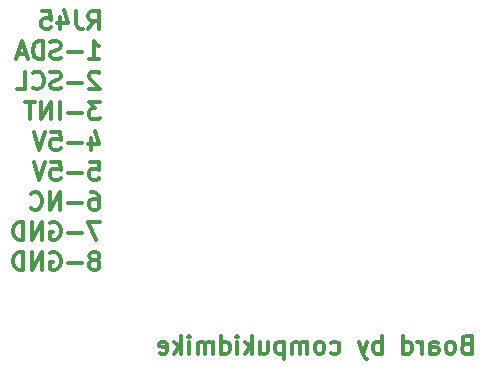
<source format=gbo>
G04 #@! TF.FileFunction,Legend,Bot*
%FSLAX46Y46*%
G04 Gerber Fmt 4.6, Leading zero omitted, Abs format (unit mm)*
G04 Created by KiCad (PCBNEW 4.0.7) date Thursday, May 03, 2018 'PMt' 09:58:57 PM*
%MOMM*%
%LPD*%
G01*
G04 APERTURE LIST*
%ADD10C,0.100000*%
%ADD11C,0.300000*%
G04 APERTURE END LIST*
D10*
D11*
X166257286Y-110890857D02*
X166043000Y-110962286D01*
X165971572Y-111033714D01*
X165900143Y-111176571D01*
X165900143Y-111390857D01*
X165971572Y-111533714D01*
X166043000Y-111605143D01*
X166185858Y-111676571D01*
X166757286Y-111676571D01*
X166757286Y-110176571D01*
X166257286Y-110176571D01*
X166114429Y-110248000D01*
X166043000Y-110319429D01*
X165971572Y-110462286D01*
X165971572Y-110605143D01*
X166043000Y-110748000D01*
X166114429Y-110819429D01*
X166257286Y-110890857D01*
X166757286Y-110890857D01*
X165043000Y-111676571D02*
X165185858Y-111605143D01*
X165257286Y-111533714D01*
X165328715Y-111390857D01*
X165328715Y-110962286D01*
X165257286Y-110819429D01*
X165185858Y-110748000D01*
X165043000Y-110676571D01*
X164828715Y-110676571D01*
X164685858Y-110748000D01*
X164614429Y-110819429D01*
X164543000Y-110962286D01*
X164543000Y-111390857D01*
X164614429Y-111533714D01*
X164685858Y-111605143D01*
X164828715Y-111676571D01*
X165043000Y-111676571D01*
X163257286Y-111676571D02*
X163257286Y-110890857D01*
X163328715Y-110748000D01*
X163471572Y-110676571D01*
X163757286Y-110676571D01*
X163900143Y-110748000D01*
X163257286Y-111605143D02*
X163400143Y-111676571D01*
X163757286Y-111676571D01*
X163900143Y-111605143D01*
X163971572Y-111462286D01*
X163971572Y-111319429D01*
X163900143Y-111176571D01*
X163757286Y-111105143D01*
X163400143Y-111105143D01*
X163257286Y-111033714D01*
X162543000Y-111676571D02*
X162543000Y-110676571D01*
X162543000Y-110962286D02*
X162471572Y-110819429D01*
X162400143Y-110748000D01*
X162257286Y-110676571D01*
X162114429Y-110676571D01*
X160971572Y-111676571D02*
X160971572Y-110176571D01*
X160971572Y-111605143D02*
X161114429Y-111676571D01*
X161400143Y-111676571D01*
X161543001Y-111605143D01*
X161614429Y-111533714D01*
X161685858Y-111390857D01*
X161685858Y-110962286D01*
X161614429Y-110819429D01*
X161543001Y-110748000D01*
X161400143Y-110676571D01*
X161114429Y-110676571D01*
X160971572Y-110748000D01*
X159114429Y-111676571D02*
X159114429Y-110176571D01*
X159114429Y-110748000D02*
X158971572Y-110676571D01*
X158685858Y-110676571D01*
X158543001Y-110748000D01*
X158471572Y-110819429D01*
X158400143Y-110962286D01*
X158400143Y-111390857D01*
X158471572Y-111533714D01*
X158543001Y-111605143D01*
X158685858Y-111676571D01*
X158971572Y-111676571D01*
X159114429Y-111605143D01*
X157900143Y-110676571D02*
X157543000Y-111676571D01*
X157185858Y-110676571D02*
X157543000Y-111676571D01*
X157685858Y-112033714D01*
X157757286Y-112105143D01*
X157900143Y-112176571D01*
X154828715Y-111605143D02*
X154971572Y-111676571D01*
X155257286Y-111676571D01*
X155400144Y-111605143D01*
X155471572Y-111533714D01*
X155543001Y-111390857D01*
X155543001Y-110962286D01*
X155471572Y-110819429D01*
X155400144Y-110748000D01*
X155257286Y-110676571D01*
X154971572Y-110676571D01*
X154828715Y-110748000D01*
X153971572Y-111676571D02*
X154114430Y-111605143D01*
X154185858Y-111533714D01*
X154257287Y-111390857D01*
X154257287Y-110962286D01*
X154185858Y-110819429D01*
X154114430Y-110748000D01*
X153971572Y-110676571D01*
X153757287Y-110676571D01*
X153614430Y-110748000D01*
X153543001Y-110819429D01*
X153471572Y-110962286D01*
X153471572Y-111390857D01*
X153543001Y-111533714D01*
X153614430Y-111605143D01*
X153757287Y-111676571D01*
X153971572Y-111676571D01*
X152828715Y-111676571D02*
X152828715Y-110676571D01*
X152828715Y-110819429D02*
X152757287Y-110748000D01*
X152614429Y-110676571D01*
X152400144Y-110676571D01*
X152257287Y-110748000D01*
X152185858Y-110890857D01*
X152185858Y-111676571D01*
X152185858Y-110890857D02*
X152114429Y-110748000D01*
X151971572Y-110676571D01*
X151757287Y-110676571D01*
X151614429Y-110748000D01*
X151543001Y-110890857D01*
X151543001Y-111676571D01*
X150828715Y-110676571D02*
X150828715Y-112176571D01*
X150828715Y-110748000D02*
X150685858Y-110676571D01*
X150400144Y-110676571D01*
X150257287Y-110748000D01*
X150185858Y-110819429D01*
X150114429Y-110962286D01*
X150114429Y-111390857D01*
X150185858Y-111533714D01*
X150257287Y-111605143D01*
X150400144Y-111676571D01*
X150685858Y-111676571D01*
X150828715Y-111605143D01*
X148828715Y-110676571D02*
X148828715Y-111676571D01*
X149471572Y-110676571D02*
X149471572Y-111462286D01*
X149400144Y-111605143D01*
X149257286Y-111676571D01*
X149043001Y-111676571D01*
X148900144Y-111605143D01*
X148828715Y-111533714D01*
X148114429Y-111676571D02*
X148114429Y-110176571D01*
X147971572Y-111105143D02*
X147543001Y-111676571D01*
X147543001Y-110676571D02*
X148114429Y-111248000D01*
X146900143Y-111676571D02*
X146900143Y-110676571D01*
X146900143Y-110176571D02*
X146971572Y-110248000D01*
X146900143Y-110319429D01*
X146828715Y-110248000D01*
X146900143Y-110176571D01*
X146900143Y-110319429D01*
X145543000Y-111676571D02*
X145543000Y-110176571D01*
X145543000Y-111605143D02*
X145685857Y-111676571D01*
X145971571Y-111676571D01*
X146114429Y-111605143D01*
X146185857Y-111533714D01*
X146257286Y-111390857D01*
X146257286Y-110962286D01*
X146185857Y-110819429D01*
X146114429Y-110748000D01*
X145971571Y-110676571D01*
X145685857Y-110676571D01*
X145543000Y-110748000D01*
X144828714Y-111676571D02*
X144828714Y-110676571D01*
X144828714Y-110819429D02*
X144757286Y-110748000D01*
X144614428Y-110676571D01*
X144400143Y-110676571D01*
X144257286Y-110748000D01*
X144185857Y-110890857D01*
X144185857Y-111676571D01*
X144185857Y-110890857D02*
X144114428Y-110748000D01*
X143971571Y-110676571D01*
X143757286Y-110676571D01*
X143614428Y-110748000D01*
X143543000Y-110890857D01*
X143543000Y-111676571D01*
X142828714Y-111676571D02*
X142828714Y-110676571D01*
X142828714Y-110176571D02*
X142900143Y-110248000D01*
X142828714Y-110319429D01*
X142757286Y-110248000D01*
X142828714Y-110176571D01*
X142828714Y-110319429D01*
X142114428Y-111676571D02*
X142114428Y-110176571D01*
X141971571Y-111105143D02*
X141543000Y-111676571D01*
X141543000Y-110676571D02*
X142114428Y-111248000D01*
X140328714Y-111605143D02*
X140471571Y-111676571D01*
X140757285Y-111676571D01*
X140900142Y-111605143D01*
X140971571Y-111462286D01*
X140971571Y-110890857D01*
X140900142Y-110748000D01*
X140757285Y-110676571D01*
X140471571Y-110676571D01*
X140328714Y-110748000D01*
X140257285Y-110890857D01*
X140257285Y-111033714D01*
X140971571Y-111176571D01*
X134294714Y-84204571D02*
X134794714Y-83490286D01*
X135151857Y-84204571D02*
X135151857Y-82704571D01*
X134580429Y-82704571D01*
X134437571Y-82776000D01*
X134366143Y-82847429D01*
X134294714Y-82990286D01*
X134294714Y-83204571D01*
X134366143Y-83347429D01*
X134437571Y-83418857D01*
X134580429Y-83490286D01*
X135151857Y-83490286D01*
X133223286Y-82704571D02*
X133223286Y-83776000D01*
X133294714Y-83990286D01*
X133437571Y-84133143D01*
X133651857Y-84204571D01*
X133794714Y-84204571D01*
X131866143Y-83204571D02*
X131866143Y-84204571D01*
X132223286Y-82633143D02*
X132580429Y-83704571D01*
X131651857Y-83704571D01*
X130366143Y-82704571D02*
X131080429Y-82704571D01*
X131151858Y-83418857D01*
X131080429Y-83347429D01*
X130937572Y-83276000D01*
X130580429Y-83276000D01*
X130437572Y-83347429D01*
X130366143Y-83418857D01*
X130294715Y-83561714D01*
X130294715Y-83918857D01*
X130366143Y-84061714D01*
X130437572Y-84133143D01*
X130580429Y-84204571D01*
X130937572Y-84204571D01*
X131080429Y-84133143D01*
X131151858Y-84061714D01*
X134366143Y-86754571D02*
X135223286Y-86754571D01*
X134794714Y-86754571D02*
X134794714Y-85254571D01*
X134937571Y-85468857D01*
X135080429Y-85611714D01*
X135223286Y-85683143D01*
X133723286Y-86183143D02*
X132580429Y-86183143D01*
X131937572Y-86683143D02*
X131723286Y-86754571D01*
X131366143Y-86754571D01*
X131223286Y-86683143D01*
X131151857Y-86611714D01*
X131080429Y-86468857D01*
X131080429Y-86326000D01*
X131151857Y-86183143D01*
X131223286Y-86111714D01*
X131366143Y-86040286D01*
X131651857Y-85968857D01*
X131794715Y-85897429D01*
X131866143Y-85826000D01*
X131937572Y-85683143D01*
X131937572Y-85540286D01*
X131866143Y-85397429D01*
X131794715Y-85326000D01*
X131651857Y-85254571D01*
X131294715Y-85254571D01*
X131080429Y-85326000D01*
X130437572Y-86754571D02*
X130437572Y-85254571D01*
X130080429Y-85254571D01*
X129866144Y-85326000D01*
X129723286Y-85468857D01*
X129651858Y-85611714D01*
X129580429Y-85897429D01*
X129580429Y-86111714D01*
X129651858Y-86397429D01*
X129723286Y-86540286D01*
X129866144Y-86683143D01*
X130080429Y-86754571D01*
X130437572Y-86754571D01*
X129009001Y-86326000D02*
X128294715Y-86326000D01*
X129151858Y-86754571D02*
X128651858Y-85254571D01*
X128151858Y-86754571D01*
X135223286Y-87947429D02*
X135151857Y-87876000D01*
X135009000Y-87804571D01*
X134651857Y-87804571D01*
X134509000Y-87876000D01*
X134437571Y-87947429D01*
X134366143Y-88090286D01*
X134366143Y-88233143D01*
X134437571Y-88447429D01*
X135294714Y-89304571D01*
X134366143Y-89304571D01*
X133723286Y-88733143D02*
X132580429Y-88733143D01*
X131937572Y-89233143D02*
X131723286Y-89304571D01*
X131366143Y-89304571D01*
X131223286Y-89233143D01*
X131151857Y-89161714D01*
X131080429Y-89018857D01*
X131080429Y-88876000D01*
X131151857Y-88733143D01*
X131223286Y-88661714D01*
X131366143Y-88590286D01*
X131651857Y-88518857D01*
X131794715Y-88447429D01*
X131866143Y-88376000D01*
X131937572Y-88233143D01*
X131937572Y-88090286D01*
X131866143Y-87947429D01*
X131794715Y-87876000D01*
X131651857Y-87804571D01*
X131294715Y-87804571D01*
X131080429Y-87876000D01*
X129580429Y-89161714D02*
X129651858Y-89233143D01*
X129866144Y-89304571D01*
X130009001Y-89304571D01*
X130223286Y-89233143D01*
X130366144Y-89090286D01*
X130437572Y-88947429D01*
X130509001Y-88661714D01*
X130509001Y-88447429D01*
X130437572Y-88161714D01*
X130366144Y-88018857D01*
X130223286Y-87876000D01*
X130009001Y-87804571D01*
X129866144Y-87804571D01*
X129651858Y-87876000D01*
X129580429Y-87947429D01*
X128223286Y-89304571D02*
X128937572Y-89304571D01*
X128937572Y-87804571D01*
X135294714Y-90354571D02*
X134366143Y-90354571D01*
X134866143Y-90926000D01*
X134651857Y-90926000D01*
X134509000Y-90997429D01*
X134437571Y-91068857D01*
X134366143Y-91211714D01*
X134366143Y-91568857D01*
X134437571Y-91711714D01*
X134509000Y-91783143D01*
X134651857Y-91854571D01*
X135080429Y-91854571D01*
X135223286Y-91783143D01*
X135294714Y-91711714D01*
X133723286Y-91283143D02*
X132580429Y-91283143D01*
X131866143Y-91854571D02*
X131866143Y-90354571D01*
X131151857Y-91854571D02*
X131151857Y-90354571D01*
X130294714Y-91854571D01*
X130294714Y-90354571D01*
X129794714Y-90354571D02*
X128937571Y-90354571D01*
X129366142Y-91854571D02*
X129366142Y-90354571D01*
X134509000Y-93404571D02*
X134509000Y-94404571D01*
X134866143Y-92833143D02*
X135223286Y-93904571D01*
X134294714Y-93904571D01*
X133723286Y-93833143D02*
X132580429Y-93833143D01*
X131151857Y-92904571D02*
X131866143Y-92904571D01*
X131937572Y-93618857D01*
X131866143Y-93547429D01*
X131723286Y-93476000D01*
X131366143Y-93476000D01*
X131223286Y-93547429D01*
X131151857Y-93618857D01*
X131080429Y-93761714D01*
X131080429Y-94118857D01*
X131151857Y-94261714D01*
X131223286Y-94333143D01*
X131366143Y-94404571D01*
X131723286Y-94404571D01*
X131866143Y-94333143D01*
X131937572Y-94261714D01*
X130651858Y-92904571D02*
X130151858Y-94404571D01*
X129651858Y-92904571D01*
X134437571Y-95454571D02*
X135151857Y-95454571D01*
X135223286Y-96168857D01*
X135151857Y-96097429D01*
X135009000Y-96026000D01*
X134651857Y-96026000D01*
X134509000Y-96097429D01*
X134437571Y-96168857D01*
X134366143Y-96311714D01*
X134366143Y-96668857D01*
X134437571Y-96811714D01*
X134509000Y-96883143D01*
X134651857Y-96954571D01*
X135009000Y-96954571D01*
X135151857Y-96883143D01*
X135223286Y-96811714D01*
X133723286Y-96383143D02*
X132580429Y-96383143D01*
X131151857Y-95454571D02*
X131866143Y-95454571D01*
X131937572Y-96168857D01*
X131866143Y-96097429D01*
X131723286Y-96026000D01*
X131366143Y-96026000D01*
X131223286Y-96097429D01*
X131151857Y-96168857D01*
X131080429Y-96311714D01*
X131080429Y-96668857D01*
X131151857Y-96811714D01*
X131223286Y-96883143D01*
X131366143Y-96954571D01*
X131723286Y-96954571D01*
X131866143Y-96883143D01*
X131937572Y-96811714D01*
X130651858Y-95454571D02*
X130151858Y-96954571D01*
X129651858Y-95454571D01*
X134509000Y-98004571D02*
X134794714Y-98004571D01*
X134937571Y-98076000D01*
X135009000Y-98147429D01*
X135151857Y-98361714D01*
X135223286Y-98647429D01*
X135223286Y-99218857D01*
X135151857Y-99361714D01*
X135080429Y-99433143D01*
X134937571Y-99504571D01*
X134651857Y-99504571D01*
X134509000Y-99433143D01*
X134437571Y-99361714D01*
X134366143Y-99218857D01*
X134366143Y-98861714D01*
X134437571Y-98718857D01*
X134509000Y-98647429D01*
X134651857Y-98576000D01*
X134937571Y-98576000D01*
X135080429Y-98647429D01*
X135151857Y-98718857D01*
X135223286Y-98861714D01*
X133723286Y-98933143D02*
X132580429Y-98933143D01*
X131866143Y-99504571D02*
X131866143Y-98004571D01*
X131009000Y-99504571D01*
X131009000Y-98004571D01*
X129437571Y-99361714D02*
X129509000Y-99433143D01*
X129723286Y-99504571D01*
X129866143Y-99504571D01*
X130080428Y-99433143D01*
X130223286Y-99290286D01*
X130294714Y-99147429D01*
X130366143Y-98861714D01*
X130366143Y-98647429D01*
X130294714Y-98361714D01*
X130223286Y-98218857D01*
X130080428Y-98076000D01*
X129866143Y-98004571D01*
X129723286Y-98004571D01*
X129509000Y-98076000D01*
X129437571Y-98147429D01*
X135294714Y-100554571D02*
X134294714Y-100554571D01*
X134937571Y-102054571D01*
X133723286Y-101483143D02*
X132580429Y-101483143D01*
X131080429Y-100626000D02*
X131223286Y-100554571D01*
X131437572Y-100554571D01*
X131651857Y-100626000D01*
X131794715Y-100768857D01*
X131866143Y-100911714D01*
X131937572Y-101197429D01*
X131937572Y-101411714D01*
X131866143Y-101697429D01*
X131794715Y-101840286D01*
X131651857Y-101983143D01*
X131437572Y-102054571D01*
X131294715Y-102054571D01*
X131080429Y-101983143D01*
X131009000Y-101911714D01*
X131009000Y-101411714D01*
X131294715Y-101411714D01*
X130366143Y-102054571D02*
X130366143Y-100554571D01*
X129509000Y-102054571D01*
X129509000Y-100554571D01*
X128794714Y-102054571D02*
X128794714Y-100554571D01*
X128437571Y-100554571D01*
X128223286Y-100626000D01*
X128080428Y-100768857D01*
X128009000Y-100911714D01*
X127937571Y-101197429D01*
X127937571Y-101411714D01*
X128009000Y-101697429D01*
X128080428Y-101840286D01*
X128223286Y-101983143D01*
X128437571Y-102054571D01*
X128794714Y-102054571D01*
X134937571Y-103747429D02*
X135080429Y-103676000D01*
X135151857Y-103604571D01*
X135223286Y-103461714D01*
X135223286Y-103390286D01*
X135151857Y-103247429D01*
X135080429Y-103176000D01*
X134937571Y-103104571D01*
X134651857Y-103104571D01*
X134509000Y-103176000D01*
X134437571Y-103247429D01*
X134366143Y-103390286D01*
X134366143Y-103461714D01*
X134437571Y-103604571D01*
X134509000Y-103676000D01*
X134651857Y-103747429D01*
X134937571Y-103747429D01*
X135080429Y-103818857D01*
X135151857Y-103890286D01*
X135223286Y-104033143D01*
X135223286Y-104318857D01*
X135151857Y-104461714D01*
X135080429Y-104533143D01*
X134937571Y-104604571D01*
X134651857Y-104604571D01*
X134509000Y-104533143D01*
X134437571Y-104461714D01*
X134366143Y-104318857D01*
X134366143Y-104033143D01*
X134437571Y-103890286D01*
X134509000Y-103818857D01*
X134651857Y-103747429D01*
X133723286Y-104033143D02*
X132580429Y-104033143D01*
X131080429Y-103176000D02*
X131223286Y-103104571D01*
X131437572Y-103104571D01*
X131651857Y-103176000D01*
X131794715Y-103318857D01*
X131866143Y-103461714D01*
X131937572Y-103747429D01*
X131937572Y-103961714D01*
X131866143Y-104247429D01*
X131794715Y-104390286D01*
X131651857Y-104533143D01*
X131437572Y-104604571D01*
X131294715Y-104604571D01*
X131080429Y-104533143D01*
X131009000Y-104461714D01*
X131009000Y-103961714D01*
X131294715Y-103961714D01*
X130366143Y-104604571D02*
X130366143Y-103104571D01*
X129509000Y-104604571D01*
X129509000Y-103104571D01*
X128794714Y-104604571D02*
X128794714Y-103104571D01*
X128437571Y-103104571D01*
X128223286Y-103176000D01*
X128080428Y-103318857D01*
X128009000Y-103461714D01*
X127937571Y-103747429D01*
X127937571Y-103961714D01*
X128009000Y-104247429D01*
X128080428Y-104390286D01*
X128223286Y-104533143D01*
X128437571Y-104604571D01*
X128794714Y-104604571D01*
M02*

</source>
